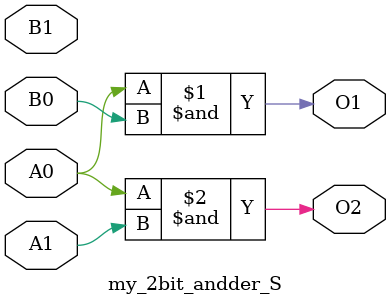
<source format=v>
 module my_2bit_andder_S(A1,A0,B1,B0,O1,O2);
	input A1;
	input A0;
	input B0;
	input B1;
	output O1;
	output O2;
	and G1(O1,A0,B0);
	and G2(O2,A0,A1);
endmodule	

</source>
